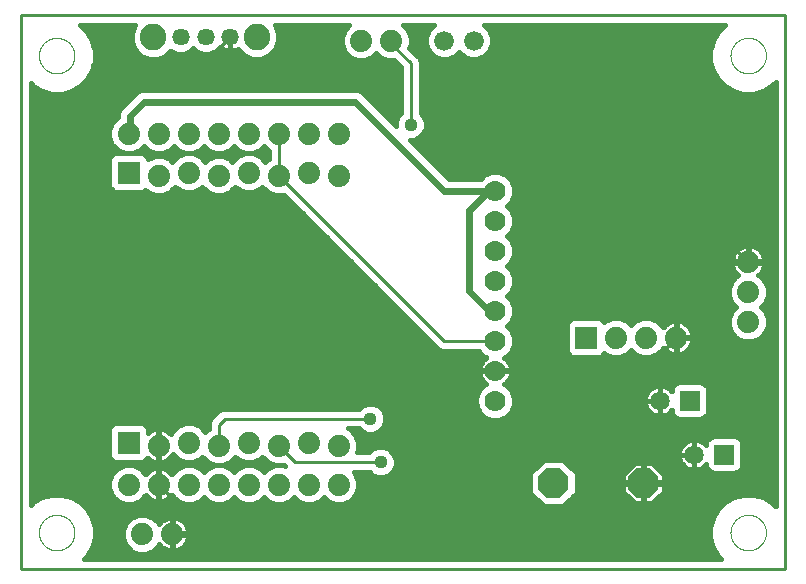
<source format=gbl>
G75*
%MOIN*%
%OFA0B0*%
%FSLAX25Y25*%
%IPPOS*%
%LPD*%
%AMOC8*
5,1,8,0,0,1.08239X$1,22.5*
%
%ADD10C,0.01000*%
%ADD11C,0.00000*%
%ADD12C,0.07400*%
%ADD13C,0.06600*%
%ADD14R,0.07400X0.07400*%
%ADD15C,0.07000*%
%ADD16OC8,0.10000*%
%ADD17C,0.05750*%
%ADD18C,0.08858*%
%ADD19R,0.06500X0.06500*%
%ADD20C,0.06500*%
%ADD21C,0.01600*%
%ADD22C,0.04400*%
%ADD23C,0.02400*%
D10*
X0072300Y0018800D02*
X0072300Y0203261D01*
X0327200Y0203261D01*
X0327200Y0018800D01*
X0072300Y0018800D01*
X0118300Y0046800D02*
X0122800Y0042300D01*
X0122800Y0030300D01*
X0158300Y0059800D02*
X0163800Y0054300D01*
X0192300Y0054300D01*
X0188800Y0068800D02*
X0140300Y0068800D01*
X0138300Y0066800D01*
X0138300Y0059800D01*
X0118800Y0060300D02*
X0118300Y0059800D01*
X0118800Y0060300D02*
X0118800Y0107300D01*
X0095300Y0130800D01*
X0095300Y0175300D01*
X0102300Y0182300D01*
X0128474Y0182300D01*
X0142174Y0196000D01*
X0142174Y0185426D01*
X0145800Y0181800D01*
X0186300Y0181800D01*
X0194300Y0173800D01*
X0202300Y0166800D02*
X0202300Y0187300D01*
X0195800Y0193800D01*
X0195800Y0194800D01*
X0158300Y0163800D02*
X0158300Y0149800D01*
X0213387Y0094713D01*
X0230457Y0094713D01*
X0230457Y0104713D02*
X0229800Y0105300D01*
X0230457Y0084713D02*
X0279713Y0084713D01*
X0290800Y0095800D01*
X0285300Y0090300D01*
X0285300Y0074800D01*
X0314800Y0121000D02*
X0278000Y0157800D01*
X0214300Y0157800D01*
X0108800Y0164300D02*
X0108300Y0163800D01*
D11*
X0078394Y0189800D02*
X0078396Y0189953D01*
X0078402Y0190107D01*
X0078412Y0190260D01*
X0078426Y0190412D01*
X0078444Y0190565D01*
X0078466Y0190716D01*
X0078491Y0190867D01*
X0078521Y0191018D01*
X0078555Y0191168D01*
X0078592Y0191316D01*
X0078633Y0191464D01*
X0078678Y0191610D01*
X0078727Y0191756D01*
X0078780Y0191900D01*
X0078836Y0192042D01*
X0078896Y0192183D01*
X0078960Y0192323D01*
X0079027Y0192461D01*
X0079098Y0192597D01*
X0079173Y0192731D01*
X0079250Y0192863D01*
X0079332Y0192993D01*
X0079416Y0193121D01*
X0079504Y0193247D01*
X0079595Y0193370D01*
X0079689Y0193491D01*
X0079787Y0193609D01*
X0079887Y0193725D01*
X0079991Y0193838D01*
X0080097Y0193949D01*
X0080206Y0194057D01*
X0080318Y0194162D01*
X0080432Y0194263D01*
X0080550Y0194362D01*
X0080669Y0194458D01*
X0080791Y0194551D01*
X0080916Y0194640D01*
X0081043Y0194727D01*
X0081172Y0194809D01*
X0081303Y0194889D01*
X0081436Y0194965D01*
X0081571Y0195038D01*
X0081708Y0195107D01*
X0081847Y0195172D01*
X0081987Y0195234D01*
X0082129Y0195292D01*
X0082272Y0195347D01*
X0082417Y0195398D01*
X0082563Y0195445D01*
X0082710Y0195488D01*
X0082858Y0195527D01*
X0083007Y0195563D01*
X0083157Y0195594D01*
X0083308Y0195622D01*
X0083459Y0195646D01*
X0083612Y0195666D01*
X0083764Y0195682D01*
X0083917Y0195694D01*
X0084070Y0195702D01*
X0084223Y0195706D01*
X0084377Y0195706D01*
X0084530Y0195702D01*
X0084683Y0195694D01*
X0084836Y0195682D01*
X0084988Y0195666D01*
X0085141Y0195646D01*
X0085292Y0195622D01*
X0085443Y0195594D01*
X0085593Y0195563D01*
X0085742Y0195527D01*
X0085890Y0195488D01*
X0086037Y0195445D01*
X0086183Y0195398D01*
X0086328Y0195347D01*
X0086471Y0195292D01*
X0086613Y0195234D01*
X0086753Y0195172D01*
X0086892Y0195107D01*
X0087029Y0195038D01*
X0087164Y0194965D01*
X0087297Y0194889D01*
X0087428Y0194809D01*
X0087557Y0194727D01*
X0087684Y0194640D01*
X0087809Y0194551D01*
X0087931Y0194458D01*
X0088050Y0194362D01*
X0088168Y0194263D01*
X0088282Y0194162D01*
X0088394Y0194057D01*
X0088503Y0193949D01*
X0088609Y0193838D01*
X0088713Y0193725D01*
X0088813Y0193609D01*
X0088911Y0193491D01*
X0089005Y0193370D01*
X0089096Y0193247D01*
X0089184Y0193121D01*
X0089268Y0192993D01*
X0089350Y0192863D01*
X0089427Y0192731D01*
X0089502Y0192597D01*
X0089573Y0192461D01*
X0089640Y0192323D01*
X0089704Y0192183D01*
X0089764Y0192042D01*
X0089820Y0191900D01*
X0089873Y0191756D01*
X0089922Y0191610D01*
X0089967Y0191464D01*
X0090008Y0191316D01*
X0090045Y0191168D01*
X0090079Y0191018D01*
X0090109Y0190867D01*
X0090134Y0190716D01*
X0090156Y0190565D01*
X0090174Y0190412D01*
X0090188Y0190260D01*
X0090198Y0190107D01*
X0090204Y0189953D01*
X0090206Y0189800D01*
X0090204Y0189647D01*
X0090198Y0189493D01*
X0090188Y0189340D01*
X0090174Y0189188D01*
X0090156Y0189035D01*
X0090134Y0188884D01*
X0090109Y0188733D01*
X0090079Y0188582D01*
X0090045Y0188432D01*
X0090008Y0188284D01*
X0089967Y0188136D01*
X0089922Y0187990D01*
X0089873Y0187844D01*
X0089820Y0187700D01*
X0089764Y0187558D01*
X0089704Y0187417D01*
X0089640Y0187277D01*
X0089573Y0187139D01*
X0089502Y0187003D01*
X0089427Y0186869D01*
X0089350Y0186737D01*
X0089268Y0186607D01*
X0089184Y0186479D01*
X0089096Y0186353D01*
X0089005Y0186230D01*
X0088911Y0186109D01*
X0088813Y0185991D01*
X0088713Y0185875D01*
X0088609Y0185762D01*
X0088503Y0185651D01*
X0088394Y0185543D01*
X0088282Y0185438D01*
X0088168Y0185337D01*
X0088050Y0185238D01*
X0087931Y0185142D01*
X0087809Y0185049D01*
X0087684Y0184960D01*
X0087557Y0184873D01*
X0087428Y0184791D01*
X0087297Y0184711D01*
X0087164Y0184635D01*
X0087029Y0184562D01*
X0086892Y0184493D01*
X0086753Y0184428D01*
X0086613Y0184366D01*
X0086471Y0184308D01*
X0086328Y0184253D01*
X0086183Y0184202D01*
X0086037Y0184155D01*
X0085890Y0184112D01*
X0085742Y0184073D01*
X0085593Y0184037D01*
X0085443Y0184006D01*
X0085292Y0183978D01*
X0085141Y0183954D01*
X0084988Y0183934D01*
X0084836Y0183918D01*
X0084683Y0183906D01*
X0084530Y0183898D01*
X0084377Y0183894D01*
X0084223Y0183894D01*
X0084070Y0183898D01*
X0083917Y0183906D01*
X0083764Y0183918D01*
X0083612Y0183934D01*
X0083459Y0183954D01*
X0083308Y0183978D01*
X0083157Y0184006D01*
X0083007Y0184037D01*
X0082858Y0184073D01*
X0082710Y0184112D01*
X0082563Y0184155D01*
X0082417Y0184202D01*
X0082272Y0184253D01*
X0082129Y0184308D01*
X0081987Y0184366D01*
X0081847Y0184428D01*
X0081708Y0184493D01*
X0081571Y0184562D01*
X0081436Y0184635D01*
X0081303Y0184711D01*
X0081172Y0184791D01*
X0081043Y0184873D01*
X0080916Y0184960D01*
X0080791Y0185049D01*
X0080669Y0185142D01*
X0080550Y0185238D01*
X0080432Y0185337D01*
X0080318Y0185438D01*
X0080206Y0185543D01*
X0080097Y0185651D01*
X0079991Y0185762D01*
X0079887Y0185875D01*
X0079787Y0185991D01*
X0079689Y0186109D01*
X0079595Y0186230D01*
X0079504Y0186353D01*
X0079416Y0186479D01*
X0079332Y0186607D01*
X0079250Y0186737D01*
X0079173Y0186869D01*
X0079098Y0187003D01*
X0079027Y0187139D01*
X0078960Y0187277D01*
X0078896Y0187417D01*
X0078836Y0187558D01*
X0078780Y0187700D01*
X0078727Y0187844D01*
X0078678Y0187990D01*
X0078633Y0188136D01*
X0078592Y0188284D01*
X0078555Y0188432D01*
X0078521Y0188582D01*
X0078491Y0188733D01*
X0078466Y0188884D01*
X0078444Y0189035D01*
X0078426Y0189188D01*
X0078412Y0189340D01*
X0078402Y0189493D01*
X0078396Y0189647D01*
X0078394Y0189800D01*
X0308894Y0189800D02*
X0308896Y0189953D01*
X0308902Y0190107D01*
X0308912Y0190260D01*
X0308926Y0190412D01*
X0308944Y0190565D01*
X0308966Y0190716D01*
X0308991Y0190867D01*
X0309021Y0191018D01*
X0309055Y0191168D01*
X0309092Y0191316D01*
X0309133Y0191464D01*
X0309178Y0191610D01*
X0309227Y0191756D01*
X0309280Y0191900D01*
X0309336Y0192042D01*
X0309396Y0192183D01*
X0309460Y0192323D01*
X0309527Y0192461D01*
X0309598Y0192597D01*
X0309673Y0192731D01*
X0309750Y0192863D01*
X0309832Y0192993D01*
X0309916Y0193121D01*
X0310004Y0193247D01*
X0310095Y0193370D01*
X0310189Y0193491D01*
X0310287Y0193609D01*
X0310387Y0193725D01*
X0310491Y0193838D01*
X0310597Y0193949D01*
X0310706Y0194057D01*
X0310818Y0194162D01*
X0310932Y0194263D01*
X0311050Y0194362D01*
X0311169Y0194458D01*
X0311291Y0194551D01*
X0311416Y0194640D01*
X0311543Y0194727D01*
X0311672Y0194809D01*
X0311803Y0194889D01*
X0311936Y0194965D01*
X0312071Y0195038D01*
X0312208Y0195107D01*
X0312347Y0195172D01*
X0312487Y0195234D01*
X0312629Y0195292D01*
X0312772Y0195347D01*
X0312917Y0195398D01*
X0313063Y0195445D01*
X0313210Y0195488D01*
X0313358Y0195527D01*
X0313507Y0195563D01*
X0313657Y0195594D01*
X0313808Y0195622D01*
X0313959Y0195646D01*
X0314112Y0195666D01*
X0314264Y0195682D01*
X0314417Y0195694D01*
X0314570Y0195702D01*
X0314723Y0195706D01*
X0314877Y0195706D01*
X0315030Y0195702D01*
X0315183Y0195694D01*
X0315336Y0195682D01*
X0315488Y0195666D01*
X0315641Y0195646D01*
X0315792Y0195622D01*
X0315943Y0195594D01*
X0316093Y0195563D01*
X0316242Y0195527D01*
X0316390Y0195488D01*
X0316537Y0195445D01*
X0316683Y0195398D01*
X0316828Y0195347D01*
X0316971Y0195292D01*
X0317113Y0195234D01*
X0317253Y0195172D01*
X0317392Y0195107D01*
X0317529Y0195038D01*
X0317664Y0194965D01*
X0317797Y0194889D01*
X0317928Y0194809D01*
X0318057Y0194727D01*
X0318184Y0194640D01*
X0318309Y0194551D01*
X0318431Y0194458D01*
X0318550Y0194362D01*
X0318668Y0194263D01*
X0318782Y0194162D01*
X0318894Y0194057D01*
X0319003Y0193949D01*
X0319109Y0193838D01*
X0319213Y0193725D01*
X0319313Y0193609D01*
X0319411Y0193491D01*
X0319505Y0193370D01*
X0319596Y0193247D01*
X0319684Y0193121D01*
X0319768Y0192993D01*
X0319850Y0192863D01*
X0319927Y0192731D01*
X0320002Y0192597D01*
X0320073Y0192461D01*
X0320140Y0192323D01*
X0320204Y0192183D01*
X0320264Y0192042D01*
X0320320Y0191900D01*
X0320373Y0191756D01*
X0320422Y0191610D01*
X0320467Y0191464D01*
X0320508Y0191316D01*
X0320545Y0191168D01*
X0320579Y0191018D01*
X0320609Y0190867D01*
X0320634Y0190716D01*
X0320656Y0190565D01*
X0320674Y0190412D01*
X0320688Y0190260D01*
X0320698Y0190107D01*
X0320704Y0189953D01*
X0320706Y0189800D01*
X0320704Y0189647D01*
X0320698Y0189493D01*
X0320688Y0189340D01*
X0320674Y0189188D01*
X0320656Y0189035D01*
X0320634Y0188884D01*
X0320609Y0188733D01*
X0320579Y0188582D01*
X0320545Y0188432D01*
X0320508Y0188284D01*
X0320467Y0188136D01*
X0320422Y0187990D01*
X0320373Y0187844D01*
X0320320Y0187700D01*
X0320264Y0187558D01*
X0320204Y0187417D01*
X0320140Y0187277D01*
X0320073Y0187139D01*
X0320002Y0187003D01*
X0319927Y0186869D01*
X0319850Y0186737D01*
X0319768Y0186607D01*
X0319684Y0186479D01*
X0319596Y0186353D01*
X0319505Y0186230D01*
X0319411Y0186109D01*
X0319313Y0185991D01*
X0319213Y0185875D01*
X0319109Y0185762D01*
X0319003Y0185651D01*
X0318894Y0185543D01*
X0318782Y0185438D01*
X0318668Y0185337D01*
X0318550Y0185238D01*
X0318431Y0185142D01*
X0318309Y0185049D01*
X0318184Y0184960D01*
X0318057Y0184873D01*
X0317928Y0184791D01*
X0317797Y0184711D01*
X0317664Y0184635D01*
X0317529Y0184562D01*
X0317392Y0184493D01*
X0317253Y0184428D01*
X0317113Y0184366D01*
X0316971Y0184308D01*
X0316828Y0184253D01*
X0316683Y0184202D01*
X0316537Y0184155D01*
X0316390Y0184112D01*
X0316242Y0184073D01*
X0316093Y0184037D01*
X0315943Y0184006D01*
X0315792Y0183978D01*
X0315641Y0183954D01*
X0315488Y0183934D01*
X0315336Y0183918D01*
X0315183Y0183906D01*
X0315030Y0183898D01*
X0314877Y0183894D01*
X0314723Y0183894D01*
X0314570Y0183898D01*
X0314417Y0183906D01*
X0314264Y0183918D01*
X0314112Y0183934D01*
X0313959Y0183954D01*
X0313808Y0183978D01*
X0313657Y0184006D01*
X0313507Y0184037D01*
X0313358Y0184073D01*
X0313210Y0184112D01*
X0313063Y0184155D01*
X0312917Y0184202D01*
X0312772Y0184253D01*
X0312629Y0184308D01*
X0312487Y0184366D01*
X0312347Y0184428D01*
X0312208Y0184493D01*
X0312071Y0184562D01*
X0311936Y0184635D01*
X0311803Y0184711D01*
X0311672Y0184791D01*
X0311543Y0184873D01*
X0311416Y0184960D01*
X0311291Y0185049D01*
X0311169Y0185142D01*
X0311050Y0185238D01*
X0310932Y0185337D01*
X0310818Y0185438D01*
X0310706Y0185543D01*
X0310597Y0185651D01*
X0310491Y0185762D01*
X0310387Y0185875D01*
X0310287Y0185991D01*
X0310189Y0186109D01*
X0310095Y0186230D01*
X0310004Y0186353D01*
X0309916Y0186479D01*
X0309832Y0186607D01*
X0309750Y0186737D01*
X0309673Y0186869D01*
X0309598Y0187003D01*
X0309527Y0187139D01*
X0309460Y0187277D01*
X0309396Y0187417D01*
X0309336Y0187558D01*
X0309280Y0187700D01*
X0309227Y0187844D01*
X0309178Y0187990D01*
X0309133Y0188136D01*
X0309092Y0188284D01*
X0309055Y0188432D01*
X0309021Y0188582D01*
X0308991Y0188733D01*
X0308966Y0188884D01*
X0308944Y0189035D01*
X0308926Y0189188D01*
X0308912Y0189340D01*
X0308902Y0189493D01*
X0308896Y0189647D01*
X0308894Y0189800D01*
X0308894Y0030800D02*
X0308896Y0030953D01*
X0308902Y0031107D01*
X0308912Y0031260D01*
X0308926Y0031412D01*
X0308944Y0031565D01*
X0308966Y0031716D01*
X0308991Y0031867D01*
X0309021Y0032018D01*
X0309055Y0032168D01*
X0309092Y0032316D01*
X0309133Y0032464D01*
X0309178Y0032610D01*
X0309227Y0032756D01*
X0309280Y0032900D01*
X0309336Y0033042D01*
X0309396Y0033183D01*
X0309460Y0033323D01*
X0309527Y0033461D01*
X0309598Y0033597D01*
X0309673Y0033731D01*
X0309750Y0033863D01*
X0309832Y0033993D01*
X0309916Y0034121D01*
X0310004Y0034247D01*
X0310095Y0034370D01*
X0310189Y0034491D01*
X0310287Y0034609D01*
X0310387Y0034725D01*
X0310491Y0034838D01*
X0310597Y0034949D01*
X0310706Y0035057D01*
X0310818Y0035162D01*
X0310932Y0035263D01*
X0311050Y0035362D01*
X0311169Y0035458D01*
X0311291Y0035551D01*
X0311416Y0035640D01*
X0311543Y0035727D01*
X0311672Y0035809D01*
X0311803Y0035889D01*
X0311936Y0035965D01*
X0312071Y0036038D01*
X0312208Y0036107D01*
X0312347Y0036172D01*
X0312487Y0036234D01*
X0312629Y0036292D01*
X0312772Y0036347D01*
X0312917Y0036398D01*
X0313063Y0036445D01*
X0313210Y0036488D01*
X0313358Y0036527D01*
X0313507Y0036563D01*
X0313657Y0036594D01*
X0313808Y0036622D01*
X0313959Y0036646D01*
X0314112Y0036666D01*
X0314264Y0036682D01*
X0314417Y0036694D01*
X0314570Y0036702D01*
X0314723Y0036706D01*
X0314877Y0036706D01*
X0315030Y0036702D01*
X0315183Y0036694D01*
X0315336Y0036682D01*
X0315488Y0036666D01*
X0315641Y0036646D01*
X0315792Y0036622D01*
X0315943Y0036594D01*
X0316093Y0036563D01*
X0316242Y0036527D01*
X0316390Y0036488D01*
X0316537Y0036445D01*
X0316683Y0036398D01*
X0316828Y0036347D01*
X0316971Y0036292D01*
X0317113Y0036234D01*
X0317253Y0036172D01*
X0317392Y0036107D01*
X0317529Y0036038D01*
X0317664Y0035965D01*
X0317797Y0035889D01*
X0317928Y0035809D01*
X0318057Y0035727D01*
X0318184Y0035640D01*
X0318309Y0035551D01*
X0318431Y0035458D01*
X0318550Y0035362D01*
X0318668Y0035263D01*
X0318782Y0035162D01*
X0318894Y0035057D01*
X0319003Y0034949D01*
X0319109Y0034838D01*
X0319213Y0034725D01*
X0319313Y0034609D01*
X0319411Y0034491D01*
X0319505Y0034370D01*
X0319596Y0034247D01*
X0319684Y0034121D01*
X0319768Y0033993D01*
X0319850Y0033863D01*
X0319927Y0033731D01*
X0320002Y0033597D01*
X0320073Y0033461D01*
X0320140Y0033323D01*
X0320204Y0033183D01*
X0320264Y0033042D01*
X0320320Y0032900D01*
X0320373Y0032756D01*
X0320422Y0032610D01*
X0320467Y0032464D01*
X0320508Y0032316D01*
X0320545Y0032168D01*
X0320579Y0032018D01*
X0320609Y0031867D01*
X0320634Y0031716D01*
X0320656Y0031565D01*
X0320674Y0031412D01*
X0320688Y0031260D01*
X0320698Y0031107D01*
X0320704Y0030953D01*
X0320706Y0030800D01*
X0320704Y0030647D01*
X0320698Y0030493D01*
X0320688Y0030340D01*
X0320674Y0030188D01*
X0320656Y0030035D01*
X0320634Y0029884D01*
X0320609Y0029733D01*
X0320579Y0029582D01*
X0320545Y0029432D01*
X0320508Y0029284D01*
X0320467Y0029136D01*
X0320422Y0028990D01*
X0320373Y0028844D01*
X0320320Y0028700D01*
X0320264Y0028558D01*
X0320204Y0028417D01*
X0320140Y0028277D01*
X0320073Y0028139D01*
X0320002Y0028003D01*
X0319927Y0027869D01*
X0319850Y0027737D01*
X0319768Y0027607D01*
X0319684Y0027479D01*
X0319596Y0027353D01*
X0319505Y0027230D01*
X0319411Y0027109D01*
X0319313Y0026991D01*
X0319213Y0026875D01*
X0319109Y0026762D01*
X0319003Y0026651D01*
X0318894Y0026543D01*
X0318782Y0026438D01*
X0318668Y0026337D01*
X0318550Y0026238D01*
X0318431Y0026142D01*
X0318309Y0026049D01*
X0318184Y0025960D01*
X0318057Y0025873D01*
X0317928Y0025791D01*
X0317797Y0025711D01*
X0317664Y0025635D01*
X0317529Y0025562D01*
X0317392Y0025493D01*
X0317253Y0025428D01*
X0317113Y0025366D01*
X0316971Y0025308D01*
X0316828Y0025253D01*
X0316683Y0025202D01*
X0316537Y0025155D01*
X0316390Y0025112D01*
X0316242Y0025073D01*
X0316093Y0025037D01*
X0315943Y0025006D01*
X0315792Y0024978D01*
X0315641Y0024954D01*
X0315488Y0024934D01*
X0315336Y0024918D01*
X0315183Y0024906D01*
X0315030Y0024898D01*
X0314877Y0024894D01*
X0314723Y0024894D01*
X0314570Y0024898D01*
X0314417Y0024906D01*
X0314264Y0024918D01*
X0314112Y0024934D01*
X0313959Y0024954D01*
X0313808Y0024978D01*
X0313657Y0025006D01*
X0313507Y0025037D01*
X0313358Y0025073D01*
X0313210Y0025112D01*
X0313063Y0025155D01*
X0312917Y0025202D01*
X0312772Y0025253D01*
X0312629Y0025308D01*
X0312487Y0025366D01*
X0312347Y0025428D01*
X0312208Y0025493D01*
X0312071Y0025562D01*
X0311936Y0025635D01*
X0311803Y0025711D01*
X0311672Y0025791D01*
X0311543Y0025873D01*
X0311416Y0025960D01*
X0311291Y0026049D01*
X0311169Y0026142D01*
X0311050Y0026238D01*
X0310932Y0026337D01*
X0310818Y0026438D01*
X0310706Y0026543D01*
X0310597Y0026651D01*
X0310491Y0026762D01*
X0310387Y0026875D01*
X0310287Y0026991D01*
X0310189Y0027109D01*
X0310095Y0027230D01*
X0310004Y0027353D01*
X0309916Y0027479D01*
X0309832Y0027607D01*
X0309750Y0027737D01*
X0309673Y0027869D01*
X0309598Y0028003D01*
X0309527Y0028139D01*
X0309460Y0028277D01*
X0309396Y0028417D01*
X0309336Y0028558D01*
X0309280Y0028700D01*
X0309227Y0028844D01*
X0309178Y0028990D01*
X0309133Y0029136D01*
X0309092Y0029284D01*
X0309055Y0029432D01*
X0309021Y0029582D01*
X0308991Y0029733D01*
X0308966Y0029884D01*
X0308944Y0030035D01*
X0308926Y0030188D01*
X0308912Y0030340D01*
X0308902Y0030493D01*
X0308896Y0030647D01*
X0308894Y0030800D01*
X0078394Y0030800D02*
X0078396Y0030953D01*
X0078402Y0031107D01*
X0078412Y0031260D01*
X0078426Y0031412D01*
X0078444Y0031565D01*
X0078466Y0031716D01*
X0078491Y0031867D01*
X0078521Y0032018D01*
X0078555Y0032168D01*
X0078592Y0032316D01*
X0078633Y0032464D01*
X0078678Y0032610D01*
X0078727Y0032756D01*
X0078780Y0032900D01*
X0078836Y0033042D01*
X0078896Y0033183D01*
X0078960Y0033323D01*
X0079027Y0033461D01*
X0079098Y0033597D01*
X0079173Y0033731D01*
X0079250Y0033863D01*
X0079332Y0033993D01*
X0079416Y0034121D01*
X0079504Y0034247D01*
X0079595Y0034370D01*
X0079689Y0034491D01*
X0079787Y0034609D01*
X0079887Y0034725D01*
X0079991Y0034838D01*
X0080097Y0034949D01*
X0080206Y0035057D01*
X0080318Y0035162D01*
X0080432Y0035263D01*
X0080550Y0035362D01*
X0080669Y0035458D01*
X0080791Y0035551D01*
X0080916Y0035640D01*
X0081043Y0035727D01*
X0081172Y0035809D01*
X0081303Y0035889D01*
X0081436Y0035965D01*
X0081571Y0036038D01*
X0081708Y0036107D01*
X0081847Y0036172D01*
X0081987Y0036234D01*
X0082129Y0036292D01*
X0082272Y0036347D01*
X0082417Y0036398D01*
X0082563Y0036445D01*
X0082710Y0036488D01*
X0082858Y0036527D01*
X0083007Y0036563D01*
X0083157Y0036594D01*
X0083308Y0036622D01*
X0083459Y0036646D01*
X0083612Y0036666D01*
X0083764Y0036682D01*
X0083917Y0036694D01*
X0084070Y0036702D01*
X0084223Y0036706D01*
X0084377Y0036706D01*
X0084530Y0036702D01*
X0084683Y0036694D01*
X0084836Y0036682D01*
X0084988Y0036666D01*
X0085141Y0036646D01*
X0085292Y0036622D01*
X0085443Y0036594D01*
X0085593Y0036563D01*
X0085742Y0036527D01*
X0085890Y0036488D01*
X0086037Y0036445D01*
X0086183Y0036398D01*
X0086328Y0036347D01*
X0086471Y0036292D01*
X0086613Y0036234D01*
X0086753Y0036172D01*
X0086892Y0036107D01*
X0087029Y0036038D01*
X0087164Y0035965D01*
X0087297Y0035889D01*
X0087428Y0035809D01*
X0087557Y0035727D01*
X0087684Y0035640D01*
X0087809Y0035551D01*
X0087931Y0035458D01*
X0088050Y0035362D01*
X0088168Y0035263D01*
X0088282Y0035162D01*
X0088394Y0035057D01*
X0088503Y0034949D01*
X0088609Y0034838D01*
X0088713Y0034725D01*
X0088813Y0034609D01*
X0088911Y0034491D01*
X0089005Y0034370D01*
X0089096Y0034247D01*
X0089184Y0034121D01*
X0089268Y0033993D01*
X0089350Y0033863D01*
X0089427Y0033731D01*
X0089502Y0033597D01*
X0089573Y0033461D01*
X0089640Y0033323D01*
X0089704Y0033183D01*
X0089764Y0033042D01*
X0089820Y0032900D01*
X0089873Y0032756D01*
X0089922Y0032610D01*
X0089967Y0032464D01*
X0090008Y0032316D01*
X0090045Y0032168D01*
X0090079Y0032018D01*
X0090109Y0031867D01*
X0090134Y0031716D01*
X0090156Y0031565D01*
X0090174Y0031412D01*
X0090188Y0031260D01*
X0090198Y0031107D01*
X0090204Y0030953D01*
X0090206Y0030800D01*
X0090204Y0030647D01*
X0090198Y0030493D01*
X0090188Y0030340D01*
X0090174Y0030188D01*
X0090156Y0030035D01*
X0090134Y0029884D01*
X0090109Y0029733D01*
X0090079Y0029582D01*
X0090045Y0029432D01*
X0090008Y0029284D01*
X0089967Y0029136D01*
X0089922Y0028990D01*
X0089873Y0028844D01*
X0089820Y0028700D01*
X0089764Y0028558D01*
X0089704Y0028417D01*
X0089640Y0028277D01*
X0089573Y0028139D01*
X0089502Y0028003D01*
X0089427Y0027869D01*
X0089350Y0027737D01*
X0089268Y0027607D01*
X0089184Y0027479D01*
X0089096Y0027353D01*
X0089005Y0027230D01*
X0088911Y0027109D01*
X0088813Y0026991D01*
X0088713Y0026875D01*
X0088609Y0026762D01*
X0088503Y0026651D01*
X0088394Y0026543D01*
X0088282Y0026438D01*
X0088168Y0026337D01*
X0088050Y0026238D01*
X0087931Y0026142D01*
X0087809Y0026049D01*
X0087684Y0025960D01*
X0087557Y0025873D01*
X0087428Y0025791D01*
X0087297Y0025711D01*
X0087164Y0025635D01*
X0087029Y0025562D01*
X0086892Y0025493D01*
X0086753Y0025428D01*
X0086613Y0025366D01*
X0086471Y0025308D01*
X0086328Y0025253D01*
X0086183Y0025202D01*
X0086037Y0025155D01*
X0085890Y0025112D01*
X0085742Y0025073D01*
X0085593Y0025037D01*
X0085443Y0025006D01*
X0085292Y0024978D01*
X0085141Y0024954D01*
X0084988Y0024934D01*
X0084836Y0024918D01*
X0084683Y0024906D01*
X0084530Y0024898D01*
X0084377Y0024894D01*
X0084223Y0024894D01*
X0084070Y0024898D01*
X0083917Y0024906D01*
X0083764Y0024918D01*
X0083612Y0024934D01*
X0083459Y0024954D01*
X0083308Y0024978D01*
X0083157Y0025006D01*
X0083007Y0025037D01*
X0082858Y0025073D01*
X0082710Y0025112D01*
X0082563Y0025155D01*
X0082417Y0025202D01*
X0082272Y0025253D01*
X0082129Y0025308D01*
X0081987Y0025366D01*
X0081847Y0025428D01*
X0081708Y0025493D01*
X0081571Y0025562D01*
X0081436Y0025635D01*
X0081303Y0025711D01*
X0081172Y0025791D01*
X0081043Y0025873D01*
X0080916Y0025960D01*
X0080791Y0026049D01*
X0080669Y0026142D01*
X0080550Y0026238D01*
X0080432Y0026337D01*
X0080318Y0026438D01*
X0080206Y0026543D01*
X0080097Y0026651D01*
X0079991Y0026762D01*
X0079887Y0026875D01*
X0079787Y0026991D01*
X0079689Y0027109D01*
X0079595Y0027230D01*
X0079504Y0027353D01*
X0079416Y0027479D01*
X0079332Y0027607D01*
X0079250Y0027737D01*
X0079173Y0027869D01*
X0079098Y0028003D01*
X0079027Y0028139D01*
X0078960Y0028277D01*
X0078896Y0028417D01*
X0078836Y0028558D01*
X0078780Y0028700D01*
X0078727Y0028844D01*
X0078678Y0028990D01*
X0078633Y0029136D01*
X0078592Y0029284D01*
X0078555Y0029432D01*
X0078521Y0029582D01*
X0078491Y0029733D01*
X0078466Y0029884D01*
X0078444Y0030035D01*
X0078426Y0030188D01*
X0078412Y0030340D01*
X0078402Y0030493D01*
X0078396Y0030647D01*
X0078394Y0030800D01*
D12*
X0108300Y0046800D03*
X0118300Y0046800D03*
X0128300Y0046800D03*
X0138300Y0046800D03*
X0148300Y0046800D03*
X0158300Y0046800D03*
X0168300Y0046800D03*
X0178300Y0046800D03*
X0178300Y0059800D03*
X0168300Y0060800D03*
X0158300Y0059800D03*
X0148300Y0060800D03*
X0138300Y0059800D03*
X0128300Y0060800D03*
X0118300Y0059800D03*
X0122800Y0030300D03*
X0112800Y0030300D03*
X0270800Y0095800D03*
X0280800Y0095800D03*
X0290800Y0095800D03*
X0314800Y0101000D03*
X0314800Y0111000D03*
X0314800Y0121000D03*
X0195800Y0194800D03*
X0185800Y0194800D03*
X0178300Y0163800D03*
X0168300Y0163800D03*
X0158300Y0163800D03*
X0148300Y0163800D03*
X0138300Y0163800D03*
X0128300Y0163800D03*
X0118300Y0163800D03*
X0108300Y0163800D03*
X0118300Y0149800D03*
X0128300Y0150800D03*
X0138300Y0149800D03*
X0148300Y0150800D03*
X0158300Y0149800D03*
X0168300Y0150800D03*
X0178300Y0149800D03*
D13*
X0213485Y0194800D03*
X0223328Y0194800D03*
D14*
X0108300Y0150800D03*
X0108300Y0060800D03*
X0260800Y0095800D03*
D15*
X0230457Y0094713D03*
X0230457Y0104713D03*
X0230457Y0114713D03*
X0230457Y0124713D03*
X0230457Y0134713D03*
X0230457Y0144713D03*
X0230457Y0084713D03*
X0230457Y0074713D03*
D16*
X0249800Y0047300D03*
X0279800Y0047300D03*
D17*
X0142174Y0196000D03*
X0134100Y0196000D03*
X0125570Y0196000D03*
D18*
X0116515Y0195850D03*
X0150942Y0196000D03*
D19*
X0295300Y0074800D03*
X0306800Y0056800D03*
D20*
X0296800Y0056800D03*
X0285300Y0074800D03*
D21*
X0285300Y0074800D01*
X0285300Y0079850D01*
X0285697Y0079850D01*
X0286483Y0079726D01*
X0287239Y0079480D01*
X0287947Y0079119D01*
X0288590Y0078652D01*
X0289152Y0078090D01*
X0289250Y0077955D01*
X0289250Y0078607D01*
X0289676Y0079636D01*
X0290464Y0080424D01*
X0291493Y0080850D01*
X0299107Y0080850D01*
X0300136Y0080424D01*
X0300924Y0079636D01*
X0301350Y0078607D01*
X0301350Y0070993D01*
X0300924Y0069964D01*
X0300136Y0069176D01*
X0299107Y0068750D01*
X0291493Y0068750D01*
X0290464Y0069176D01*
X0289676Y0069964D01*
X0289250Y0070993D01*
X0289250Y0071645D01*
X0289152Y0071510D01*
X0288590Y0070948D01*
X0287947Y0070481D01*
X0287239Y0070120D01*
X0286483Y0069874D01*
X0285697Y0069750D01*
X0285300Y0069750D01*
X0285300Y0074800D01*
X0285300Y0079850D01*
X0284903Y0079850D01*
X0284117Y0079726D01*
X0283361Y0079480D01*
X0282653Y0079119D01*
X0282010Y0078652D01*
X0281448Y0078090D01*
X0280981Y0077447D01*
X0280620Y0076739D01*
X0280374Y0075983D01*
X0280250Y0075197D01*
X0280250Y0074800D01*
X0285300Y0074800D01*
X0285300Y0074800D01*
X0285300Y0074800D01*
X0285300Y0069750D01*
X0284903Y0069750D01*
X0284117Y0069874D01*
X0283361Y0070120D01*
X0282653Y0070481D01*
X0282010Y0070948D01*
X0281448Y0071510D01*
X0280981Y0072153D01*
X0280620Y0072861D01*
X0280374Y0073617D01*
X0280250Y0074403D01*
X0280250Y0074800D01*
X0285300Y0074800D01*
X0285300Y0074832D02*
X0285300Y0074832D01*
X0285300Y0076430D02*
X0285300Y0076430D01*
X0285300Y0078029D02*
X0285300Y0078029D01*
X0285300Y0079627D02*
X0285300Y0079627D01*
X0283814Y0079627D02*
X0234453Y0079627D01*
X0234026Y0080054D02*
X0235798Y0078282D01*
X0236757Y0075967D01*
X0236757Y0073460D01*
X0235798Y0071145D01*
X0234026Y0069373D01*
X0231711Y0068413D01*
X0229204Y0068413D01*
X0226889Y0069373D01*
X0225117Y0071145D01*
X0224157Y0073460D01*
X0224157Y0075967D01*
X0225117Y0078282D01*
X0226889Y0080054D01*
X0227503Y0080309D01*
X0227005Y0080671D01*
X0226415Y0081261D01*
X0225925Y0081936D01*
X0225546Y0082679D01*
X0225288Y0083472D01*
X0225157Y0084296D01*
X0225157Y0084529D01*
X0230273Y0084529D01*
X0230273Y0084898D01*
X0225157Y0084898D01*
X0225157Y0085130D01*
X0225288Y0085954D01*
X0225546Y0086748D01*
X0225925Y0087491D01*
X0226415Y0088166D01*
X0227005Y0088756D01*
X0227503Y0089118D01*
X0226889Y0089373D01*
X0225117Y0091145D01*
X0225005Y0091413D01*
X0212730Y0091413D01*
X0211517Y0091916D01*
X0159975Y0143458D01*
X0159593Y0143300D01*
X0157007Y0143300D01*
X0154618Y0144290D01*
X0152800Y0146108D01*
X0151982Y0145290D01*
X0149593Y0144300D01*
X0147007Y0144300D01*
X0144618Y0145290D01*
X0143800Y0146108D01*
X0141982Y0144290D01*
X0139593Y0143300D01*
X0137007Y0143300D01*
X0134618Y0144290D01*
X0132800Y0146108D01*
X0131982Y0145290D01*
X0129593Y0144300D01*
X0127007Y0144300D01*
X0124618Y0145290D01*
X0123800Y0146108D01*
X0121982Y0144290D01*
X0119593Y0143300D01*
X0117007Y0143300D01*
X0114618Y0144290D01*
X0113884Y0145024D01*
X0113586Y0144726D01*
X0112557Y0144300D01*
X0104043Y0144300D01*
X0103014Y0144726D01*
X0102226Y0145514D01*
X0101800Y0146543D01*
X0101800Y0155057D01*
X0102226Y0156086D01*
X0103014Y0156874D01*
X0104043Y0157300D01*
X0112557Y0157300D01*
X0113586Y0156874D01*
X0114374Y0156086D01*
X0114684Y0155338D01*
X0117007Y0156300D01*
X0119593Y0156300D01*
X0121982Y0155310D01*
X0122800Y0154492D01*
X0124618Y0156310D01*
X0127007Y0157300D01*
X0129593Y0157300D01*
X0131982Y0156310D01*
X0133800Y0154492D01*
X0134618Y0155310D01*
X0137007Y0156300D01*
X0139593Y0156300D01*
X0141982Y0155310D01*
X0142800Y0154492D01*
X0144618Y0156310D01*
X0147007Y0157300D01*
X0149593Y0157300D01*
X0151982Y0156310D01*
X0153800Y0154492D01*
X0154618Y0155310D01*
X0155000Y0155469D01*
X0155000Y0158131D01*
X0154618Y0158290D01*
X0153300Y0159608D01*
X0151982Y0158290D01*
X0149593Y0157300D01*
X0147007Y0157300D01*
X0144618Y0158290D01*
X0143300Y0159608D01*
X0141982Y0158290D01*
X0139593Y0157300D01*
X0137007Y0157300D01*
X0134618Y0158290D01*
X0133300Y0159608D01*
X0131982Y0158290D01*
X0129593Y0157300D01*
X0127007Y0157300D01*
X0124618Y0158290D01*
X0123300Y0159608D01*
X0121982Y0158290D01*
X0119593Y0157300D01*
X0117007Y0157300D01*
X0114618Y0158290D01*
X0113300Y0159608D01*
X0111982Y0158290D01*
X0109593Y0157300D01*
X0107007Y0157300D01*
X0104618Y0158290D01*
X0102790Y0160118D01*
X0101800Y0162507D01*
X0101800Y0165093D01*
X0102790Y0167482D01*
X0104618Y0169310D01*
X0104800Y0169386D01*
X0104800Y0170596D01*
X0105409Y0172066D01*
X0109909Y0176566D01*
X0111034Y0177691D01*
X0112504Y0178300D01*
X0184596Y0178300D01*
X0186066Y0177691D01*
X0197300Y0166457D01*
X0197300Y0167795D01*
X0198061Y0169632D01*
X0199000Y0170571D01*
X0199000Y0185933D01*
X0196633Y0188300D01*
X0194507Y0188300D01*
X0192118Y0189290D01*
X0190800Y0190608D01*
X0189482Y0189290D01*
X0187093Y0188300D01*
X0184507Y0188300D01*
X0182118Y0189290D01*
X0180290Y0191118D01*
X0179300Y0193507D01*
X0179300Y0196093D01*
X0180290Y0198482D01*
X0181768Y0199961D01*
X0157126Y0199961D01*
X0158171Y0197438D01*
X0158171Y0194562D01*
X0157070Y0191905D01*
X0155037Y0189871D01*
X0152380Y0188771D01*
X0149504Y0188771D01*
X0146847Y0189871D01*
X0144813Y0191905D01*
X0144739Y0192085D01*
X0144624Y0192002D01*
X0143969Y0191668D01*
X0143269Y0191440D01*
X0142542Y0191325D01*
X0142174Y0191325D01*
X0142174Y0196000D01*
X0142174Y0196000D01*
X0142174Y0191325D01*
X0141806Y0191325D01*
X0141079Y0191440D01*
X0140380Y0191668D01*
X0139724Y0192002D01*
X0139129Y0192434D01*
X0138844Y0192719D01*
X0137315Y0191189D01*
X0135229Y0190325D01*
X0132971Y0190325D01*
X0130885Y0191189D01*
X0129835Y0192240D01*
X0128784Y0191189D01*
X0126698Y0190325D01*
X0124441Y0190325D01*
X0122355Y0191189D01*
X0122216Y0191328D01*
X0120610Y0189721D01*
X0117953Y0188621D01*
X0115077Y0188621D01*
X0112420Y0189721D01*
X0110386Y0191755D01*
X0109285Y0194412D01*
X0109285Y0197288D01*
X0110386Y0199945D01*
X0110402Y0199961D01*
X0091986Y0199961D01*
X0092063Y0199917D01*
X0094417Y0197563D01*
X0096081Y0194680D01*
X0096943Y0191464D01*
X0096943Y0188136D01*
X0096081Y0184920D01*
X0094417Y0182037D01*
X0092063Y0179683D01*
X0089180Y0178019D01*
X0085964Y0177157D01*
X0082636Y0177157D01*
X0079420Y0178019D01*
X0076537Y0179683D01*
X0075600Y0180621D01*
X0075600Y0039979D01*
X0076537Y0040917D01*
X0079420Y0042581D01*
X0082636Y0043443D01*
X0085964Y0043443D01*
X0089180Y0042581D01*
X0092063Y0040917D01*
X0094417Y0038563D01*
X0096081Y0035680D01*
X0096943Y0032464D01*
X0096943Y0029136D01*
X0096081Y0025920D01*
X0094417Y0023037D01*
X0093479Y0022100D01*
X0305621Y0022100D01*
X0304683Y0023037D01*
X0303019Y0025920D01*
X0302157Y0029136D01*
X0302157Y0032464D01*
X0303019Y0035680D01*
X0304683Y0038563D01*
X0307037Y0040917D01*
X0309920Y0042581D01*
X0313136Y0043443D01*
X0316464Y0043443D01*
X0319680Y0042581D01*
X0322563Y0040917D01*
X0323900Y0039579D01*
X0323900Y0181021D01*
X0322563Y0179683D01*
X0319680Y0178019D01*
X0316464Y0177157D01*
X0313136Y0177157D01*
X0309920Y0178019D01*
X0307037Y0179683D01*
X0304683Y0182037D01*
X0303019Y0184920D01*
X0302157Y0188136D01*
X0302157Y0191464D01*
X0303019Y0194680D01*
X0304683Y0197563D01*
X0307037Y0199917D01*
X0307114Y0199961D01*
X0226794Y0199961D01*
X0228499Y0198255D01*
X0229428Y0196013D01*
X0229428Y0193587D01*
X0228499Y0191345D01*
X0226783Y0189629D01*
X0224541Y0188700D01*
X0222114Y0188700D01*
X0219872Y0189629D01*
X0218406Y0191095D01*
X0216940Y0189629D01*
X0214698Y0188700D01*
X0212272Y0188700D01*
X0210030Y0189629D01*
X0208314Y0191345D01*
X0207385Y0193587D01*
X0207385Y0196013D01*
X0208314Y0198255D01*
X0210019Y0199961D01*
X0199832Y0199961D01*
X0201310Y0198482D01*
X0202300Y0196093D01*
X0202300Y0193507D01*
X0201849Y0192418D01*
X0204169Y0190098D01*
X0205098Y0189169D01*
X0205600Y0187956D01*
X0205600Y0170571D01*
X0206539Y0169632D01*
X0207300Y0167795D01*
X0207300Y0165805D01*
X0206539Y0163968D01*
X0205132Y0162561D01*
X0203295Y0161800D01*
X0201957Y0161800D01*
X0214957Y0148800D01*
X0225635Y0148800D01*
X0226889Y0150054D01*
X0229204Y0151013D01*
X0231711Y0151013D01*
X0234026Y0150054D01*
X0235798Y0148282D01*
X0236757Y0145967D01*
X0236757Y0143460D01*
X0235798Y0141145D01*
X0234367Y0139713D01*
X0235798Y0138282D01*
X0236757Y0135967D01*
X0236757Y0133460D01*
X0235798Y0131145D01*
X0234367Y0129713D01*
X0235798Y0128282D01*
X0236757Y0125967D01*
X0236757Y0123460D01*
X0235798Y0121145D01*
X0234367Y0119713D01*
X0235798Y0118282D01*
X0236757Y0115967D01*
X0236757Y0113460D01*
X0235798Y0111145D01*
X0234367Y0109713D01*
X0235798Y0108282D01*
X0236757Y0105967D01*
X0236757Y0103460D01*
X0235798Y0101145D01*
X0234367Y0099713D01*
X0235798Y0098282D01*
X0236757Y0095967D01*
X0236757Y0093460D01*
X0235798Y0091145D01*
X0234026Y0089373D01*
X0233412Y0089118D01*
X0233910Y0088756D01*
X0234500Y0088166D01*
X0234990Y0087491D01*
X0235369Y0086748D01*
X0235627Y0085954D01*
X0235757Y0085130D01*
X0235757Y0084898D01*
X0230642Y0084898D01*
X0230642Y0084529D01*
X0235757Y0084529D01*
X0235757Y0084296D01*
X0235627Y0083472D01*
X0235369Y0082679D01*
X0234990Y0081936D01*
X0234500Y0081261D01*
X0233910Y0080671D01*
X0233412Y0080309D01*
X0234026Y0080054D01*
X0234465Y0081226D02*
X0323900Y0081226D01*
X0323900Y0082824D02*
X0235416Y0082824D01*
X0235757Y0084423D02*
X0323900Y0084423D01*
X0323900Y0086021D02*
X0235605Y0086021D01*
X0234897Y0087620D02*
X0323900Y0087620D01*
X0323900Y0089218D02*
X0233653Y0089218D01*
X0235470Y0090817D02*
X0254601Y0090817D01*
X0254726Y0090514D02*
X0255514Y0089726D01*
X0256543Y0089300D01*
X0265057Y0089300D01*
X0266086Y0089726D01*
X0266874Y0090514D01*
X0266880Y0090528D01*
X0267118Y0090290D01*
X0269507Y0089300D01*
X0272093Y0089300D01*
X0274482Y0090290D01*
X0275800Y0091608D01*
X0277118Y0090290D01*
X0279507Y0089300D01*
X0282093Y0089300D01*
X0284482Y0090290D01*
X0286310Y0092118D01*
X0286443Y0092439D01*
X0286605Y0092217D01*
X0287217Y0091605D01*
X0287917Y0091096D01*
X0288689Y0090703D01*
X0289512Y0090435D01*
X0290367Y0090300D01*
X0290600Y0090300D01*
X0290600Y0095600D01*
X0291000Y0095600D01*
X0291000Y0096000D01*
X0290600Y0096000D01*
X0290600Y0101300D01*
X0290367Y0101300D01*
X0289512Y0101165D01*
X0288689Y0100897D01*
X0287917Y0100504D01*
X0287217Y0099995D01*
X0286605Y0099383D01*
X0286443Y0099161D01*
X0286310Y0099482D01*
X0284482Y0101310D01*
X0282093Y0102300D01*
X0279507Y0102300D01*
X0277118Y0101310D01*
X0275800Y0099992D01*
X0274482Y0101310D01*
X0272093Y0102300D01*
X0269507Y0102300D01*
X0267118Y0101310D01*
X0266880Y0101072D01*
X0266874Y0101086D01*
X0266086Y0101874D01*
X0265057Y0102300D01*
X0256543Y0102300D01*
X0255514Y0101874D01*
X0254726Y0101086D01*
X0254300Y0100057D01*
X0254300Y0091543D01*
X0254726Y0090514D01*
X0254300Y0092415D02*
X0236325Y0092415D01*
X0236757Y0094014D02*
X0254300Y0094014D01*
X0254300Y0095612D02*
X0236757Y0095612D01*
X0236242Y0097211D02*
X0254300Y0097211D01*
X0254300Y0098809D02*
X0235271Y0098809D01*
X0235061Y0100408D02*
X0254445Y0100408D01*
X0255834Y0102006D02*
X0236155Y0102006D01*
X0236757Y0103605D02*
X0308843Y0103605D01*
X0309290Y0104682D02*
X0308300Y0102293D01*
X0308300Y0099707D01*
X0309290Y0097318D01*
X0311118Y0095490D01*
X0313507Y0094500D01*
X0316093Y0094500D01*
X0318482Y0095490D01*
X0320310Y0097318D01*
X0321300Y0099707D01*
X0321300Y0102293D01*
X0320310Y0104682D01*
X0318992Y0106000D01*
X0320310Y0107318D01*
X0321300Y0109707D01*
X0321300Y0112293D01*
X0320310Y0114682D01*
X0318482Y0116510D01*
X0318161Y0116643D01*
X0318383Y0116805D01*
X0318995Y0117417D01*
X0319504Y0118117D01*
X0319897Y0118889D01*
X0320165Y0119712D01*
X0320300Y0120567D01*
X0320300Y0120800D01*
X0315000Y0120800D01*
X0315000Y0121200D01*
X0320300Y0121200D01*
X0320300Y0121433D01*
X0320165Y0122288D01*
X0319897Y0123111D01*
X0319504Y0123883D01*
X0318995Y0124583D01*
X0318383Y0125195D01*
X0317683Y0125704D01*
X0316911Y0126097D01*
X0316088Y0126365D01*
X0315233Y0126500D01*
X0315000Y0126500D01*
X0315000Y0121200D01*
X0314600Y0121200D01*
X0314600Y0126500D01*
X0314367Y0126500D01*
X0313512Y0126365D01*
X0312689Y0126097D01*
X0311917Y0125704D01*
X0311217Y0125195D01*
X0310605Y0124583D01*
X0310096Y0123883D01*
X0309703Y0123111D01*
X0309435Y0122288D01*
X0309300Y0121433D01*
X0309300Y0121200D01*
X0314600Y0121200D01*
X0314600Y0120800D01*
X0309300Y0120800D01*
X0309300Y0120567D01*
X0309435Y0119712D01*
X0309703Y0118889D01*
X0310096Y0118117D01*
X0310605Y0117417D01*
X0311217Y0116805D01*
X0311439Y0116643D01*
X0311118Y0116510D01*
X0309290Y0114682D01*
X0308300Y0112293D01*
X0308300Y0109707D01*
X0309290Y0107318D01*
X0310608Y0106000D01*
X0309290Y0104682D01*
X0309811Y0105203D02*
X0236757Y0105203D01*
X0236412Y0106802D02*
X0309806Y0106802D01*
X0308841Y0108400D02*
X0235680Y0108400D01*
X0234652Y0109999D02*
X0308300Y0109999D01*
X0308300Y0111597D02*
X0235986Y0111597D01*
X0236648Y0113196D02*
X0308674Y0113196D01*
X0309402Y0114794D02*
X0236757Y0114794D01*
X0236581Y0116393D02*
X0311000Y0116393D01*
X0310188Y0117991D02*
X0235919Y0117991D01*
X0234491Y0119590D02*
X0309475Y0119590D01*
X0309598Y0122787D02*
X0236479Y0122787D01*
X0236757Y0124385D02*
X0310461Y0124385D01*
X0312467Y0125984D02*
X0236750Y0125984D01*
X0236088Y0127582D02*
X0323900Y0127582D01*
X0323900Y0125984D02*
X0317133Y0125984D01*
X0315000Y0125984D02*
X0314600Y0125984D01*
X0314600Y0124385D02*
X0315000Y0124385D01*
X0315000Y0122787D02*
X0314600Y0122787D01*
X0314600Y0121188D02*
X0235816Y0121188D01*
X0234899Y0129181D02*
X0323900Y0129181D01*
X0323900Y0130779D02*
X0235433Y0130779D01*
X0236309Y0132378D02*
X0323900Y0132378D01*
X0323900Y0133976D02*
X0236757Y0133976D01*
X0236757Y0135575D02*
X0323900Y0135575D01*
X0323900Y0137173D02*
X0236258Y0137173D01*
X0235308Y0138772D02*
X0323900Y0138772D01*
X0323900Y0140370D02*
X0235024Y0140370D01*
X0236140Y0141969D02*
X0323900Y0141969D01*
X0323900Y0143568D02*
X0236757Y0143568D01*
X0236757Y0145166D02*
X0323900Y0145166D01*
X0323900Y0146765D02*
X0236427Y0146765D01*
X0235717Y0148363D02*
X0323900Y0148363D01*
X0323900Y0149962D02*
X0234119Y0149962D01*
X0226796Y0149962D02*
X0213795Y0149962D01*
X0212197Y0151560D02*
X0323900Y0151560D01*
X0323900Y0153159D02*
X0210598Y0153159D01*
X0209000Y0154757D02*
X0323900Y0154757D01*
X0323900Y0156356D02*
X0207401Y0156356D01*
X0205803Y0157954D02*
X0323900Y0157954D01*
X0323900Y0159553D02*
X0204204Y0159553D01*
X0202606Y0161151D02*
X0323900Y0161151D01*
X0323900Y0162750D02*
X0205321Y0162750D01*
X0206696Y0164348D02*
X0323900Y0164348D01*
X0323900Y0165947D02*
X0207300Y0165947D01*
X0207300Y0167545D02*
X0323900Y0167545D01*
X0323900Y0169144D02*
X0206741Y0169144D01*
X0205600Y0170742D02*
X0323900Y0170742D01*
X0323900Y0172341D02*
X0205600Y0172341D01*
X0205600Y0173939D02*
X0323900Y0173939D01*
X0323900Y0175538D02*
X0205600Y0175538D01*
X0205600Y0177136D02*
X0323900Y0177136D01*
X0323900Y0178735D02*
X0320919Y0178735D01*
X0323212Y0180333D02*
X0323900Y0180333D01*
X0308681Y0178735D02*
X0205600Y0178735D01*
X0205600Y0180333D02*
X0306388Y0180333D01*
X0304789Y0181932D02*
X0205600Y0181932D01*
X0205600Y0183530D02*
X0303821Y0183530D01*
X0302963Y0185129D02*
X0205600Y0185129D01*
X0205600Y0186727D02*
X0302535Y0186727D01*
X0302157Y0188326D02*
X0205447Y0188326D01*
X0204343Y0189924D02*
X0209734Y0189924D01*
X0208240Y0191523D02*
X0202744Y0191523D01*
X0202140Y0193121D02*
X0207578Y0193121D01*
X0207385Y0194720D02*
X0202300Y0194720D01*
X0202207Y0196318D02*
X0207511Y0196318D01*
X0208174Y0197917D02*
X0201544Y0197917D01*
X0200277Y0199515D02*
X0209574Y0199515D01*
X0217236Y0189924D02*
X0219577Y0189924D01*
X0227079Y0189924D02*
X0302157Y0189924D01*
X0302173Y0191523D02*
X0228573Y0191523D01*
X0229235Y0193121D02*
X0302601Y0193121D01*
X0303042Y0194720D02*
X0229428Y0194720D01*
X0229301Y0196318D02*
X0303965Y0196318D01*
X0305038Y0197917D02*
X0228639Y0197917D01*
X0227239Y0199515D02*
X0306636Y0199515D01*
X0199000Y0185129D02*
X0096137Y0185129D01*
X0096565Y0186727D02*
X0198206Y0186727D01*
X0194445Y0188326D02*
X0187155Y0188326D01*
X0184445Y0188326D02*
X0096943Y0188326D01*
X0096943Y0189924D02*
X0112217Y0189924D01*
X0110618Y0191523D02*
X0096927Y0191523D01*
X0096499Y0193121D02*
X0109820Y0193121D01*
X0109285Y0194720D02*
X0096058Y0194720D01*
X0095135Y0196318D02*
X0109285Y0196318D01*
X0109546Y0197917D02*
X0094062Y0197917D01*
X0092464Y0199515D02*
X0110208Y0199515D01*
X0120812Y0189924D02*
X0146794Y0189924D01*
X0145195Y0191523D02*
X0143523Y0191523D01*
X0142174Y0191523D02*
X0142174Y0191523D01*
X0140825Y0191523D02*
X0137648Y0191523D01*
X0142174Y0193121D02*
X0142174Y0193121D01*
X0142174Y0194720D02*
X0142174Y0194720D01*
X0130552Y0191523D02*
X0129118Y0191523D01*
X0110479Y0177136D02*
X0075600Y0177136D01*
X0075600Y0175538D02*
X0108881Y0175538D01*
X0107282Y0173939D02*
X0075600Y0173939D01*
X0075600Y0172341D02*
X0105684Y0172341D01*
X0104861Y0170742D02*
X0075600Y0170742D01*
X0075600Y0169144D02*
X0104451Y0169144D01*
X0102853Y0167545D02*
X0075600Y0167545D01*
X0075600Y0165947D02*
X0102154Y0165947D01*
X0101800Y0164348D02*
X0075600Y0164348D01*
X0075600Y0162750D02*
X0101800Y0162750D01*
X0102362Y0161151D02*
X0075600Y0161151D01*
X0075600Y0159553D02*
X0103355Y0159553D01*
X0105428Y0157954D02*
X0075600Y0157954D01*
X0075600Y0156356D02*
X0102496Y0156356D01*
X0101800Y0154757D02*
X0075600Y0154757D01*
X0075600Y0153159D02*
X0101800Y0153159D01*
X0101800Y0151560D02*
X0075600Y0151560D01*
X0075600Y0149962D02*
X0101800Y0149962D01*
X0101800Y0148363D02*
X0075600Y0148363D01*
X0075600Y0146765D02*
X0101800Y0146765D01*
X0102574Y0145166D02*
X0075600Y0145166D01*
X0075600Y0143568D02*
X0116361Y0143568D01*
X0120239Y0143568D02*
X0136361Y0143568D01*
X0133742Y0145166D02*
X0131684Y0145166D01*
X0124916Y0145166D02*
X0122858Y0145166D01*
X0123065Y0154757D02*
X0122535Y0154757D01*
X0124727Y0156356D02*
X0114104Y0156356D01*
X0115428Y0157954D02*
X0111172Y0157954D01*
X0113245Y0159553D02*
X0113355Y0159553D01*
X0121172Y0157954D02*
X0125428Y0157954D01*
X0123355Y0159553D02*
X0123245Y0159553D01*
X0131172Y0157954D02*
X0135428Y0157954D01*
X0133355Y0159553D02*
X0133245Y0159553D01*
X0131873Y0156356D02*
X0144727Y0156356D01*
X0145428Y0157954D02*
X0141172Y0157954D01*
X0143245Y0159553D02*
X0143355Y0159553D01*
X0143065Y0154757D02*
X0142535Y0154757D01*
X0134065Y0154757D02*
X0133535Y0154757D01*
X0142858Y0145166D02*
X0144916Y0145166D01*
X0140239Y0143568D02*
X0156361Y0143568D01*
X0153742Y0145166D02*
X0151684Y0145166D01*
X0161464Y0141969D02*
X0075600Y0141969D01*
X0075600Y0140370D02*
X0163063Y0140370D01*
X0164661Y0138772D02*
X0075600Y0138772D01*
X0075600Y0137173D02*
X0166260Y0137173D01*
X0167858Y0135575D02*
X0075600Y0135575D01*
X0075600Y0133976D02*
X0169457Y0133976D01*
X0171055Y0132378D02*
X0075600Y0132378D01*
X0075600Y0130779D02*
X0172654Y0130779D01*
X0174252Y0129181D02*
X0075600Y0129181D01*
X0075600Y0127582D02*
X0175851Y0127582D01*
X0177449Y0125984D02*
X0075600Y0125984D01*
X0075600Y0124385D02*
X0179048Y0124385D01*
X0180646Y0122787D02*
X0075600Y0122787D01*
X0075600Y0121188D02*
X0182245Y0121188D01*
X0183843Y0119590D02*
X0075600Y0119590D01*
X0075600Y0117991D02*
X0185442Y0117991D01*
X0187040Y0116393D02*
X0075600Y0116393D01*
X0075600Y0114794D02*
X0188639Y0114794D01*
X0190237Y0113196D02*
X0075600Y0113196D01*
X0075600Y0111597D02*
X0191836Y0111597D01*
X0193434Y0109999D02*
X0075600Y0109999D01*
X0075600Y0108400D02*
X0195033Y0108400D01*
X0196631Y0106802D02*
X0075600Y0106802D01*
X0075600Y0105203D02*
X0198230Y0105203D01*
X0199828Y0103605D02*
X0075600Y0103605D01*
X0075600Y0102006D02*
X0201427Y0102006D01*
X0203025Y0100408D02*
X0075600Y0100408D01*
X0075600Y0098809D02*
X0204624Y0098809D01*
X0206222Y0097211D02*
X0075600Y0097211D01*
X0075600Y0095612D02*
X0207821Y0095612D01*
X0209419Y0094014D02*
X0075600Y0094014D01*
X0075600Y0092415D02*
X0211018Y0092415D01*
X0225445Y0090817D02*
X0075600Y0090817D01*
X0075600Y0089218D02*
X0227262Y0089218D01*
X0226018Y0087620D02*
X0075600Y0087620D01*
X0075600Y0086021D02*
X0225310Y0086021D01*
X0225157Y0084423D02*
X0075600Y0084423D01*
X0075600Y0082824D02*
X0225499Y0082824D01*
X0226450Y0081226D02*
X0075600Y0081226D01*
X0075600Y0079627D02*
X0226462Y0079627D01*
X0225012Y0078029D02*
X0075600Y0078029D01*
X0075600Y0076430D02*
X0224349Y0076430D01*
X0224157Y0074832D02*
X0075600Y0074832D01*
X0075600Y0073233D02*
X0186437Y0073233D01*
X0185968Y0073039D02*
X0185029Y0072100D01*
X0139644Y0072100D01*
X0138431Y0071598D01*
X0137502Y0070669D01*
X0135502Y0068669D01*
X0135000Y0067456D01*
X0135000Y0065469D01*
X0134618Y0065310D01*
X0133800Y0064492D01*
X0131982Y0066310D01*
X0129593Y0067300D01*
X0127007Y0067300D01*
X0124618Y0066310D01*
X0122790Y0064482D01*
X0122381Y0063497D01*
X0121883Y0063995D01*
X0121183Y0064504D01*
X0120411Y0064897D01*
X0119588Y0065165D01*
X0118733Y0065300D01*
X0118500Y0065300D01*
X0118500Y0060000D01*
X0118100Y0060000D01*
X0118100Y0065300D01*
X0117867Y0065300D01*
X0117012Y0065165D01*
X0116189Y0064897D01*
X0115417Y0064504D01*
X0114800Y0064055D01*
X0114800Y0065057D01*
X0114374Y0066086D01*
X0113586Y0066874D01*
X0112557Y0067300D01*
X0104043Y0067300D01*
X0103014Y0066874D01*
X0102226Y0066086D01*
X0101800Y0065057D01*
X0101800Y0056543D01*
X0102226Y0055514D01*
X0103014Y0054726D01*
X0104043Y0054300D01*
X0112557Y0054300D01*
X0113586Y0054726D01*
X0114374Y0055514D01*
X0114501Y0055821D01*
X0114717Y0055605D01*
X0115417Y0055096D01*
X0116189Y0054703D01*
X0117012Y0054435D01*
X0117867Y0054300D01*
X0118100Y0054300D01*
X0118100Y0059600D01*
X0118500Y0059600D01*
X0118500Y0054300D01*
X0118733Y0054300D01*
X0119588Y0054435D01*
X0120411Y0054703D01*
X0121183Y0055096D01*
X0121883Y0055605D01*
X0122495Y0056217D01*
X0122998Y0056909D01*
X0124618Y0055290D01*
X0127007Y0054300D01*
X0129593Y0054300D01*
X0131982Y0055290D01*
X0132800Y0056108D01*
X0134618Y0054290D01*
X0137007Y0053300D01*
X0134618Y0052310D01*
X0133300Y0050992D01*
X0131982Y0052310D01*
X0129593Y0053300D01*
X0127007Y0053300D01*
X0124618Y0052310D01*
X0122790Y0050482D01*
X0122657Y0050161D01*
X0122495Y0050383D01*
X0121883Y0050995D01*
X0121183Y0051504D01*
X0120411Y0051897D01*
X0119588Y0052165D01*
X0118733Y0052300D01*
X0118500Y0052300D01*
X0118500Y0047000D01*
X0118100Y0047000D01*
X0118100Y0052300D01*
X0117867Y0052300D01*
X0117012Y0052165D01*
X0116189Y0051897D01*
X0115417Y0051504D01*
X0114717Y0050995D01*
X0114105Y0050383D01*
X0113943Y0050161D01*
X0113810Y0050482D01*
X0111982Y0052310D01*
X0109593Y0053300D01*
X0107007Y0053300D01*
X0104618Y0052310D01*
X0102790Y0050482D01*
X0101800Y0048093D01*
X0101800Y0045507D01*
X0102790Y0043118D01*
X0104618Y0041290D01*
X0107007Y0040300D01*
X0109593Y0040300D01*
X0111982Y0041290D01*
X0113810Y0043118D01*
X0113943Y0043439D01*
X0114105Y0043217D01*
X0114717Y0042605D01*
X0115417Y0042096D01*
X0116189Y0041703D01*
X0117012Y0041435D01*
X0117867Y0041300D01*
X0118100Y0041300D01*
X0118100Y0046600D01*
X0118500Y0046600D01*
X0118500Y0041300D01*
X0118733Y0041300D01*
X0119588Y0041435D01*
X0120411Y0041703D01*
X0121183Y0042096D01*
X0121883Y0042605D01*
X0122495Y0043217D01*
X0122657Y0043439D01*
X0122790Y0043118D01*
X0124618Y0041290D01*
X0127007Y0040300D01*
X0129593Y0040300D01*
X0131982Y0041290D01*
X0133300Y0042608D01*
X0134618Y0041290D01*
X0137007Y0040300D01*
X0139593Y0040300D01*
X0141982Y0041290D01*
X0143300Y0042608D01*
X0144618Y0041290D01*
X0147007Y0040300D01*
X0149593Y0040300D01*
X0151982Y0041290D01*
X0153300Y0042608D01*
X0154618Y0041290D01*
X0157007Y0040300D01*
X0159593Y0040300D01*
X0161982Y0041290D01*
X0163300Y0042608D01*
X0164618Y0041290D01*
X0167007Y0040300D01*
X0169593Y0040300D01*
X0171982Y0041290D01*
X0173300Y0042608D01*
X0174618Y0041290D01*
X0177007Y0040300D01*
X0179593Y0040300D01*
X0181982Y0041290D01*
X0183810Y0043118D01*
X0184800Y0045507D01*
X0184800Y0048093D01*
X0183810Y0050482D01*
X0183292Y0051000D01*
X0188529Y0051000D01*
X0189468Y0050061D01*
X0191305Y0049300D01*
X0193295Y0049300D01*
X0195132Y0050061D01*
X0196539Y0051468D01*
X0197300Y0053305D01*
X0197300Y0055295D01*
X0196539Y0057132D01*
X0195132Y0058539D01*
X0193295Y0059300D01*
X0191305Y0059300D01*
X0189468Y0058539D01*
X0188529Y0057600D01*
X0184424Y0057600D01*
X0184800Y0058507D01*
X0184800Y0061093D01*
X0183810Y0063482D01*
X0181982Y0065310D01*
X0181524Y0065500D01*
X0185029Y0065500D01*
X0185968Y0064561D01*
X0187805Y0063800D01*
X0189795Y0063800D01*
X0191632Y0064561D01*
X0193039Y0065968D01*
X0193800Y0067805D01*
X0193800Y0069795D01*
X0193039Y0071632D01*
X0191632Y0073039D01*
X0189795Y0073800D01*
X0187805Y0073800D01*
X0185968Y0073039D01*
X0191163Y0073233D02*
X0224252Y0073233D01*
X0224914Y0071634D02*
X0193037Y0071634D01*
X0193700Y0070036D02*
X0226225Y0070036D01*
X0229146Y0068437D02*
X0193800Y0068437D01*
X0193400Y0066839D02*
X0323900Y0066839D01*
X0323900Y0068437D02*
X0231769Y0068437D01*
X0234690Y0070036D02*
X0283620Y0070036D01*
X0285300Y0070036D02*
X0285300Y0070036D01*
X0285300Y0071634D02*
X0285300Y0071634D01*
X0285300Y0073233D02*
X0285300Y0073233D01*
X0286980Y0070036D02*
X0289646Y0070036D01*
X0289250Y0071634D02*
X0289242Y0071634D01*
X0281358Y0071634D02*
X0236001Y0071634D01*
X0236663Y0073233D02*
X0280499Y0073233D01*
X0280250Y0074832D02*
X0236757Y0074832D01*
X0236565Y0076430D02*
X0280520Y0076430D01*
X0281404Y0078029D02*
X0235903Y0078029D01*
X0246569Y0055100D02*
X0242000Y0050531D01*
X0242000Y0044069D01*
X0246569Y0039500D01*
X0253031Y0039500D01*
X0257600Y0044069D01*
X0257600Y0050531D01*
X0253031Y0055100D01*
X0246569Y0055100D01*
X0245520Y0054051D02*
X0197300Y0054051D01*
X0197153Y0055649D02*
X0291869Y0055649D01*
X0291874Y0055617D02*
X0292120Y0054861D01*
X0292481Y0054153D01*
X0292948Y0053510D01*
X0293510Y0052948D01*
X0294153Y0052481D01*
X0294861Y0052120D01*
X0295617Y0051874D01*
X0296403Y0051750D01*
X0296800Y0051750D01*
X0297197Y0051750D01*
X0297983Y0051874D01*
X0298739Y0052120D01*
X0299447Y0052481D01*
X0300090Y0052948D01*
X0300652Y0053510D01*
X0300750Y0053645D01*
X0300750Y0052993D01*
X0301176Y0051964D01*
X0301964Y0051176D01*
X0302993Y0050750D01*
X0310607Y0050750D01*
X0311636Y0051176D01*
X0312424Y0051964D01*
X0312850Y0052993D01*
X0312850Y0060607D01*
X0312424Y0061636D01*
X0311636Y0062424D01*
X0310607Y0062850D01*
X0302993Y0062850D01*
X0301964Y0062424D01*
X0301176Y0061636D01*
X0300750Y0060607D01*
X0300750Y0059955D01*
X0300652Y0060090D01*
X0300090Y0060652D01*
X0299447Y0061119D01*
X0298739Y0061480D01*
X0297983Y0061726D01*
X0297197Y0061850D01*
X0296800Y0061850D01*
X0296800Y0056800D01*
X0296800Y0056800D01*
X0296800Y0061850D01*
X0296403Y0061850D01*
X0295617Y0061726D01*
X0294861Y0061480D01*
X0294153Y0061119D01*
X0293510Y0060652D01*
X0292948Y0060090D01*
X0292481Y0059447D01*
X0292120Y0058739D01*
X0291874Y0057983D01*
X0291750Y0057197D01*
X0291750Y0056800D01*
X0296800Y0056800D01*
X0296800Y0051750D01*
X0296800Y0056800D01*
X0296800Y0056800D01*
X0296800Y0056800D01*
X0291750Y0056800D01*
X0291750Y0056403D01*
X0291874Y0055617D01*
X0291758Y0057248D02*
X0196423Y0057248D01*
X0194390Y0058846D02*
X0292175Y0058846D01*
X0293303Y0060445D02*
X0184800Y0060445D01*
X0184800Y0058846D02*
X0190210Y0058846D01*
X0184406Y0062043D02*
X0301584Y0062043D01*
X0300750Y0060445D02*
X0300297Y0060445D01*
X0296800Y0060445D02*
X0296800Y0060445D01*
X0296800Y0058846D02*
X0296800Y0058846D01*
X0296800Y0057248D02*
X0296800Y0057248D01*
X0296800Y0055649D02*
X0296800Y0055649D01*
X0296800Y0054051D02*
X0296800Y0054051D01*
X0296800Y0052452D02*
X0296800Y0052452D01*
X0299391Y0052452D02*
X0300974Y0052452D01*
X0302742Y0050854D02*
X0285863Y0050854D01*
X0286600Y0050117D02*
X0282617Y0054100D01*
X0280000Y0054100D01*
X0280000Y0047500D01*
X0286600Y0047500D01*
X0286600Y0050117D01*
X0286600Y0049255D02*
X0323900Y0049255D01*
X0323900Y0047657D02*
X0286600Y0047657D01*
X0286600Y0047100D02*
X0280000Y0047100D01*
X0280000Y0047500D01*
X0279600Y0047500D01*
X0279600Y0054100D01*
X0276983Y0054100D01*
X0273000Y0050117D01*
X0273000Y0047500D01*
X0279600Y0047500D01*
X0279600Y0047100D01*
X0280000Y0047100D01*
X0280000Y0040500D01*
X0282617Y0040500D01*
X0286600Y0044483D01*
X0286600Y0047100D01*
X0286600Y0046058D02*
X0323900Y0046058D01*
X0323900Y0044460D02*
X0286576Y0044460D01*
X0284978Y0042861D02*
X0310966Y0042861D01*
X0307637Y0041263D02*
X0283379Y0041263D01*
X0280000Y0041263D02*
X0279600Y0041263D01*
X0279600Y0040500D02*
X0279600Y0047100D01*
X0273000Y0047100D01*
X0273000Y0044483D01*
X0276983Y0040500D01*
X0279600Y0040500D01*
X0279600Y0042861D02*
X0280000Y0042861D01*
X0280000Y0044460D02*
X0279600Y0044460D01*
X0279600Y0046058D02*
X0280000Y0046058D01*
X0280000Y0047657D02*
X0279600Y0047657D01*
X0279600Y0049255D02*
X0280000Y0049255D01*
X0280000Y0050854D02*
X0279600Y0050854D01*
X0279600Y0052452D02*
X0280000Y0052452D01*
X0280000Y0054051D02*
X0279600Y0054051D01*
X0276934Y0054051D02*
X0254080Y0054051D01*
X0255678Y0052452D02*
X0275336Y0052452D01*
X0273737Y0050854D02*
X0257277Y0050854D01*
X0257600Y0049255D02*
X0273000Y0049255D01*
X0273000Y0047657D02*
X0257600Y0047657D01*
X0257600Y0046058D02*
X0273000Y0046058D01*
X0273024Y0044460D02*
X0257600Y0044460D01*
X0256392Y0042861D02*
X0274622Y0042861D01*
X0276221Y0041263D02*
X0254794Y0041263D01*
X0253195Y0039664D02*
X0305785Y0039664D01*
X0304397Y0038066D02*
X0094703Y0038066D01*
X0095626Y0036467D02*
X0110704Y0036467D01*
X0111507Y0036800D02*
X0109118Y0035810D01*
X0107290Y0033982D01*
X0106300Y0031593D01*
X0106300Y0029007D01*
X0107290Y0026618D01*
X0109118Y0024790D01*
X0111507Y0023800D01*
X0114093Y0023800D01*
X0116482Y0024790D01*
X0118310Y0026618D01*
X0118443Y0026939D01*
X0118605Y0026717D01*
X0119217Y0026105D01*
X0119917Y0025596D01*
X0120689Y0025203D01*
X0121512Y0024935D01*
X0122367Y0024800D01*
X0122600Y0024800D01*
X0122600Y0030100D01*
X0123000Y0030100D01*
X0123000Y0030500D01*
X0122600Y0030500D01*
X0122600Y0035800D01*
X0122367Y0035800D01*
X0121512Y0035665D01*
X0120689Y0035397D01*
X0119917Y0035004D01*
X0119217Y0034495D01*
X0118605Y0033883D01*
X0118443Y0033661D01*
X0118310Y0033982D01*
X0116482Y0035810D01*
X0114093Y0036800D01*
X0111507Y0036800D01*
X0114896Y0036467D02*
X0303474Y0036467D01*
X0302802Y0034869D02*
X0125869Y0034869D01*
X0125683Y0035004D02*
X0126383Y0034495D01*
X0126995Y0033883D01*
X0127504Y0033183D01*
X0127897Y0032411D01*
X0128165Y0031588D01*
X0128300Y0030733D01*
X0128300Y0030500D01*
X0123000Y0030500D01*
X0123000Y0035800D01*
X0123233Y0035800D01*
X0124088Y0035665D01*
X0124911Y0035397D01*
X0125683Y0035004D01*
X0127440Y0033270D02*
X0302373Y0033270D01*
X0302157Y0031672D02*
X0128137Y0031672D01*
X0128300Y0030100D02*
X0123000Y0030100D01*
X0123000Y0024800D01*
X0123233Y0024800D01*
X0124088Y0024935D01*
X0124911Y0025203D01*
X0125683Y0025596D01*
X0126383Y0026105D01*
X0126995Y0026717D01*
X0127504Y0027417D01*
X0127897Y0028189D01*
X0128165Y0029012D01*
X0128300Y0029867D01*
X0128300Y0030100D01*
X0128300Y0030073D02*
X0302157Y0030073D01*
X0302335Y0028475D02*
X0127990Y0028475D01*
X0127111Y0026876D02*
X0302763Y0026876D01*
X0303390Y0025278D02*
X0125058Y0025278D01*
X0123000Y0025278D02*
X0122600Y0025278D01*
X0122600Y0026876D02*
X0123000Y0026876D01*
X0123000Y0028475D02*
X0122600Y0028475D01*
X0122600Y0030073D02*
X0123000Y0030073D01*
X0123000Y0031672D02*
X0122600Y0031672D01*
X0122600Y0033270D02*
X0123000Y0033270D01*
X0123000Y0034869D02*
X0122600Y0034869D01*
X0119731Y0034869D02*
X0117424Y0034869D01*
X0111917Y0041263D02*
X0124683Y0041263D01*
X0123046Y0042861D02*
X0122139Y0042861D01*
X0118500Y0042861D02*
X0118100Y0042861D01*
X0118100Y0044460D02*
X0118500Y0044460D01*
X0118500Y0046058D02*
X0118100Y0046058D01*
X0118100Y0047657D02*
X0118500Y0047657D01*
X0118500Y0049255D02*
X0118100Y0049255D01*
X0118100Y0050854D02*
X0118500Y0050854D01*
X0122024Y0050854D02*
X0123161Y0050854D01*
X0124961Y0052452D02*
X0111639Y0052452D01*
X0113439Y0050854D02*
X0114576Y0050854D01*
X0114672Y0055649D02*
X0114430Y0055649D01*
X0118100Y0055649D02*
X0118500Y0055649D01*
X0118500Y0057248D02*
X0118100Y0057248D01*
X0118100Y0058846D02*
X0118500Y0058846D01*
X0118500Y0060445D02*
X0118100Y0060445D01*
X0118100Y0062043D02*
X0118500Y0062043D01*
X0118500Y0063642D02*
X0118100Y0063642D01*
X0118100Y0065240D02*
X0118500Y0065240D01*
X0119109Y0065240D02*
X0123548Y0065240D01*
X0122442Y0063642D02*
X0122236Y0063642D01*
X0117491Y0065240D02*
X0114724Y0065240D01*
X0113621Y0066839D02*
X0125894Y0066839D01*
X0130706Y0066839D02*
X0135000Y0066839D01*
X0135406Y0068437D02*
X0075600Y0068437D01*
X0075600Y0066839D02*
X0102979Y0066839D01*
X0101876Y0065240D02*
X0075600Y0065240D01*
X0075600Y0063642D02*
X0101800Y0063642D01*
X0101800Y0062043D02*
X0075600Y0062043D01*
X0075600Y0060445D02*
X0101800Y0060445D01*
X0101800Y0058846D02*
X0075600Y0058846D01*
X0075600Y0057248D02*
X0101800Y0057248D01*
X0102170Y0055649D02*
X0075600Y0055649D01*
X0075600Y0054051D02*
X0135194Y0054051D01*
X0134961Y0052452D02*
X0131639Y0052452D01*
X0132342Y0055649D02*
X0133258Y0055649D01*
X0137007Y0053300D02*
X0139593Y0053300D01*
X0137007Y0053300D01*
X0139593Y0053300D02*
X0141982Y0052310D01*
X0143300Y0050992D01*
X0144618Y0052310D01*
X0147007Y0053300D01*
X0149593Y0053300D01*
X0151982Y0052310D01*
X0153300Y0050992D01*
X0154618Y0052310D01*
X0157007Y0053300D01*
X0159593Y0053300D01*
X0160515Y0052918D01*
X0159975Y0053458D01*
X0159593Y0053300D01*
X0157007Y0053300D01*
X0154618Y0054290D01*
X0152800Y0056108D01*
X0151982Y0055290D01*
X0149593Y0054300D01*
X0147007Y0054300D01*
X0144618Y0055290D01*
X0143800Y0056108D01*
X0141982Y0054290D01*
X0139593Y0053300D01*
X0141406Y0054051D02*
X0155194Y0054051D01*
X0154961Y0052452D02*
X0151639Y0052452D01*
X0152342Y0055649D02*
X0153258Y0055649D01*
X0144961Y0052452D02*
X0141639Y0052452D01*
X0143342Y0055649D02*
X0144258Y0055649D01*
X0134548Y0065240D02*
X0133052Y0065240D01*
X0136869Y0070036D02*
X0075600Y0070036D01*
X0075600Y0071634D02*
X0138520Y0071634D01*
X0124258Y0055649D02*
X0121928Y0055649D01*
X0104961Y0052452D02*
X0075600Y0052452D01*
X0075600Y0050854D02*
X0103161Y0050854D01*
X0102281Y0049255D02*
X0075600Y0049255D01*
X0075600Y0047657D02*
X0101800Y0047657D01*
X0101800Y0046058D02*
X0075600Y0046058D01*
X0075600Y0044460D02*
X0102234Y0044460D01*
X0103046Y0042861D02*
X0088134Y0042861D01*
X0091463Y0041263D02*
X0104683Y0041263D01*
X0108176Y0034869D02*
X0096298Y0034869D01*
X0096727Y0033270D02*
X0106995Y0033270D01*
X0106333Y0031672D02*
X0096943Y0031672D01*
X0096943Y0030073D02*
X0106300Y0030073D01*
X0106521Y0028475D02*
X0096765Y0028475D01*
X0096337Y0026876D02*
X0107183Y0026876D01*
X0108630Y0025278D02*
X0095710Y0025278D01*
X0094787Y0023679D02*
X0304313Y0023679D01*
X0323815Y0039664D02*
X0323900Y0039664D01*
X0323900Y0041263D02*
X0321963Y0041263D01*
X0323900Y0042861D02*
X0318634Y0042861D01*
X0323900Y0050854D02*
X0310858Y0050854D01*
X0312626Y0052452D02*
X0323900Y0052452D01*
X0323900Y0054051D02*
X0312850Y0054051D01*
X0312850Y0055649D02*
X0323900Y0055649D01*
X0323900Y0057248D02*
X0312850Y0057248D01*
X0312850Y0058846D02*
X0323900Y0058846D01*
X0323900Y0060445D02*
X0312850Y0060445D01*
X0312016Y0062043D02*
X0323900Y0062043D01*
X0323900Y0063642D02*
X0183650Y0063642D01*
X0182052Y0065240D02*
X0185288Y0065240D01*
X0192312Y0065240D02*
X0323900Y0065240D01*
X0323900Y0070036D02*
X0300954Y0070036D01*
X0301350Y0071634D02*
X0323900Y0071634D01*
X0323900Y0073233D02*
X0301350Y0073233D01*
X0301350Y0074832D02*
X0323900Y0074832D01*
X0323900Y0076430D02*
X0301350Y0076430D01*
X0301350Y0078029D02*
X0323900Y0078029D01*
X0323900Y0079627D02*
X0300927Y0079627D01*
X0289673Y0079627D02*
X0286786Y0079627D01*
X0289196Y0078029D02*
X0289250Y0078029D01*
X0291000Y0090300D02*
X0291233Y0090300D01*
X0292088Y0090435D01*
X0292911Y0090703D01*
X0293683Y0091096D01*
X0294383Y0091605D01*
X0294995Y0092217D01*
X0295504Y0092917D01*
X0295897Y0093689D01*
X0296165Y0094512D01*
X0296300Y0095367D01*
X0296300Y0095600D01*
X0291000Y0095600D01*
X0291000Y0090300D01*
X0291000Y0090817D02*
X0290600Y0090817D01*
X0290600Y0092415D02*
X0291000Y0092415D01*
X0291000Y0094014D02*
X0290600Y0094014D01*
X0291000Y0095612D02*
X0310995Y0095612D01*
X0309397Y0097211D02*
X0296125Y0097211D01*
X0296165Y0097088D02*
X0295897Y0097911D01*
X0295504Y0098683D01*
X0294995Y0099383D01*
X0294383Y0099995D01*
X0293683Y0100504D01*
X0292911Y0100897D01*
X0292088Y0101165D01*
X0291233Y0101300D01*
X0291000Y0101300D01*
X0291000Y0096000D01*
X0296300Y0096000D01*
X0296300Y0096233D01*
X0296165Y0097088D01*
X0295412Y0098809D02*
X0308672Y0098809D01*
X0308300Y0100408D02*
X0293815Y0100408D01*
X0291000Y0100408D02*
X0290600Y0100408D01*
X0290600Y0098809D02*
X0291000Y0098809D01*
X0291000Y0097211D02*
X0290600Y0097211D01*
X0287785Y0100408D02*
X0285385Y0100408D01*
X0282802Y0102006D02*
X0308300Y0102006D01*
X0319789Y0105203D02*
X0323900Y0105203D01*
X0323900Y0103605D02*
X0320757Y0103605D01*
X0321300Y0102006D02*
X0323900Y0102006D01*
X0323900Y0100408D02*
X0321300Y0100408D01*
X0320928Y0098809D02*
X0323900Y0098809D01*
X0323900Y0097211D02*
X0320203Y0097211D01*
X0318605Y0095612D02*
X0323900Y0095612D01*
X0323900Y0094014D02*
X0296003Y0094014D01*
X0295139Y0092415D02*
X0323900Y0092415D01*
X0323900Y0090817D02*
X0293134Y0090817D01*
X0288466Y0090817D02*
X0285009Y0090817D01*
X0286433Y0092415D02*
X0286461Y0092415D01*
X0276591Y0090817D02*
X0275009Y0090817D01*
X0275385Y0100408D02*
X0276215Y0100408D01*
X0278798Y0102006D02*
X0272802Y0102006D01*
X0268798Y0102006D02*
X0265766Y0102006D01*
X0315000Y0121188D02*
X0323900Y0121188D01*
X0323900Y0119590D02*
X0320125Y0119590D01*
X0319412Y0117991D02*
X0323900Y0117991D01*
X0323900Y0116393D02*
X0318600Y0116393D01*
X0320198Y0114794D02*
X0323900Y0114794D01*
X0323900Y0113196D02*
X0320926Y0113196D01*
X0321300Y0111597D02*
X0323900Y0111597D01*
X0323900Y0109999D02*
X0321300Y0109999D01*
X0320759Y0108400D02*
X0323900Y0108400D01*
X0323900Y0106802D02*
X0319794Y0106802D01*
X0320002Y0122787D02*
X0323900Y0122787D01*
X0323900Y0124385D02*
X0319139Y0124385D01*
X0292555Y0054051D02*
X0282666Y0054051D01*
X0284264Y0052452D02*
X0294209Y0052452D01*
X0246405Y0039664D02*
X0093315Y0039664D01*
X0080466Y0042861D02*
X0075600Y0042861D01*
X0075600Y0041263D02*
X0077137Y0041263D01*
X0113554Y0042861D02*
X0114461Y0042861D01*
X0131917Y0041263D02*
X0134683Y0041263D01*
X0141917Y0041263D02*
X0144683Y0041263D01*
X0151917Y0041263D02*
X0154683Y0041263D01*
X0161917Y0041263D02*
X0164683Y0041263D01*
X0171917Y0041263D02*
X0174683Y0041263D01*
X0181917Y0041263D02*
X0244806Y0041263D01*
X0243208Y0042861D02*
X0183554Y0042861D01*
X0184366Y0044460D02*
X0242000Y0044460D01*
X0242000Y0046058D02*
X0184800Y0046058D01*
X0184800Y0047657D02*
X0242000Y0047657D01*
X0242000Y0049255D02*
X0184319Y0049255D01*
X0183439Y0050854D02*
X0188675Y0050854D01*
X0195925Y0050854D02*
X0242323Y0050854D01*
X0243922Y0052452D02*
X0196947Y0052452D01*
X0120542Y0025278D02*
X0116970Y0025278D01*
X0118417Y0026876D02*
X0118489Y0026876D01*
X0153535Y0154757D02*
X0154065Y0154757D01*
X0155000Y0156356D02*
X0151873Y0156356D01*
X0151172Y0157954D02*
X0155000Y0157954D01*
X0153355Y0159553D02*
X0153245Y0159553D01*
X0186621Y0177136D02*
X0199000Y0177136D01*
X0199000Y0175538D02*
X0188219Y0175538D01*
X0189818Y0173939D02*
X0199000Y0173939D01*
X0199000Y0172341D02*
X0191416Y0172341D01*
X0193015Y0170742D02*
X0199000Y0170742D01*
X0197859Y0169144D02*
X0194613Y0169144D01*
X0196212Y0167545D02*
X0197300Y0167545D01*
X0199000Y0178735D02*
X0090419Y0178735D01*
X0092712Y0180333D02*
X0199000Y0180333D01*
X0199000Y0181932D02*
X0094311Y0181932D01*
X0095278Y0183530D02*
X0199000Y0183530D01*
X0191483Y0189924D02*
X0190117Y0189924D01*
X0181483Y0189924D02*
X0155090Y0189924D01*
X0156688Y0191523D02*
X0180122Y0191523D01*
X0179460Y0193121D02*
X0157574Y0193121D01*
X0158171Y0194720D02*
X0179300Y0194720D01*
X0179393Y0196318D02*
X0158171Y0196318D01*
X0157972Y0197917D02*
X0180056Y0197917D01*
X0181323Y0199515D02*
X0157310Y0199515D01*
X0078181Y0178735D02*
X0075600Y0178735D01*
X0075600Y0180333D02*
X0075888Y0180333D01*
D22*
X0194300Y0173800D03*
X0202300Y0166800D03*
X0214300Y0157800D03*
X0188800Y0068800D03*
X0192300Y0054300D03*
D23*
X0227800Y0105300D02*
X0221800Y0111300D01*
X0221800Y0138300D01*
X0228300Y0144800D01*
X0230371Y0144800D01*
X0230457Y0144713D01*
X0228300Y0144800D02*
X0213300Y0144800D01*
X0183800Y0174300D01*
X0113300Y0174300D01*
X0108800Y0169800D01*
X0108800Y0164300D01*
X0227800Y0105300D02*
X0229800Y0105300D01*
M02*

</source>
